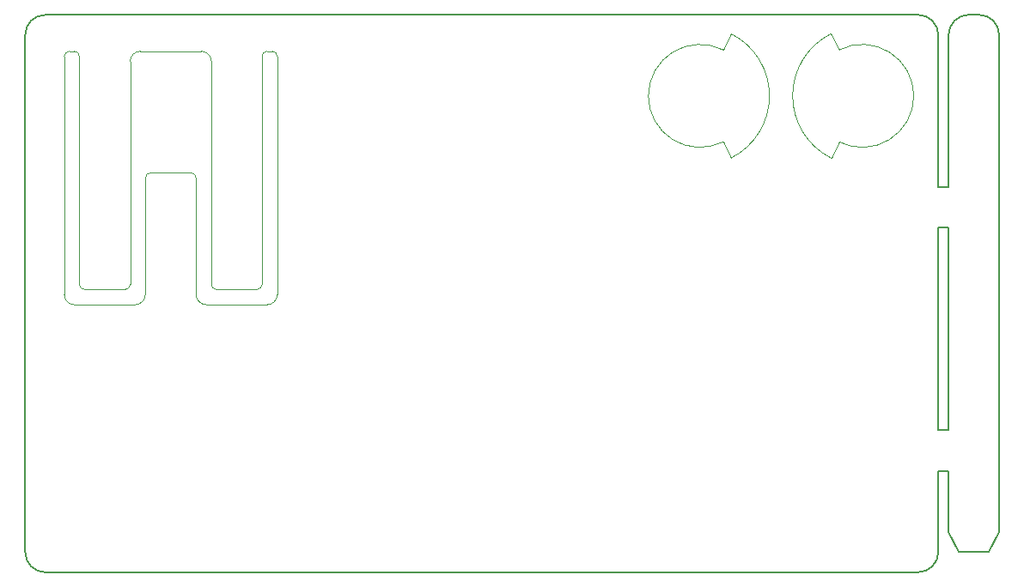
<source format=gbr>
G04 #@! TF.GenerationSoftware,KiCad,Pcbnew,(5.1.2)-2*
G04 #@! TF.CreationDate,2019-09-23T11:47:28+02:00*
G04 #@! TF.ProjectId,BusinessSynth,42757369-6e65-4737-9353-796e74682e6b,rev?*
G04 #@! TF.SameCoordinates,Original*
G04 #@! TF.FileFunction,Profile,NP*
%FSLAX46Y46*%
G04 Gerber Fmt 4.6, Leading zero omitted, Abs format (unit mm)*
G04 Created by KiCad (PCBNEW (5.1.2)-2) date 2019-09-23 11:47:28*
%MOMM*%
%LPD*%
G04 APERTURE LIST*
%ADD10C,0.150000*%
%ADD11C,0.120000*%
G04 APERTURE END LIST*
D10*
X191000000Y-91000000D02*
X190000000Y-91000000D01*
X191000000Y-87000000D02*
X190000000Y-87000000D01*
X191000000Y-115000000D02*
X190000000Y-115000000D01*
X191000000Y-111000000D02*
X190000000Y-111000000D01*
X191000000Y-111000000D02*
X191000000Y-91000000D01*
X190000000Y-111000000D02*
X190000000Y-91000000D01*
X191000000Y-87000000D02*
X191000000Y-72000000D01*
X191000000Y-121000000D02*
X191000000Y-115000000D01*
X190000000Y-87000000D02*
X190000000Y-72000000D01*
X192000000Y-123000000D02*
X191000000Y-121000000D01*
X195000000Y-123000000D02*
X192000000Y-123000000D01*
X196000000Y-121000000D02*
X195000000Y-123000000D01*
X193000000Y-70000000D02*
X194000000Y-70000000D01*
X191000000Y-72000000D02*
G75*
G02X193000000Y-70000000I2000000J0D01*
G01*
X194000000Y-70000000D02*
G75*
G02X196000000Y-72000000I0J-2000000D01*
G01*
X196000000Y-121000000D02*
X196000000Y-72000000D01*
X102000000Y-125000000D02*
G75*
G02X100000000Y-123000000I0J2000000D01*
G01*
X190000000Y-123000000D02*
G75*
G02X188000000Y-125000000I-2000000J0D01*
G01*
X188000000Y-70000000D02*
G75*
G02X190000000Y-72000000I0J-2000000D01*
G01*
X100000000Y-72000000D02*
G75*
G02X102000000Y-70000000I2000000J0D01*
G01*
X188000000Y-70000000D02*
X102000000Y-70000000D01*
X190000000Y-123000000D02*
X190000000Y-115000000D01*
X102000000Y-125000000D02*
X188000000Y-125000000D01*
X100000000Y-72000000D02*
X100000000Y-123000000D01*
D11*
X180230927Y-82545075D02*
X179436751Y-84135851D01*
X180225384Y-73457696D02*
X179429268Y-71867890D01*
X180225384Y-73457697D02*
G75*
G02X180230927Y-82545075I2274616J-4542303D01*
G01*
X179436751Y-84135851D02*
G75*
G02X179429268Y-71867890I3063249J6135851D01*
G01*
X168769073Y-73454925D02*
X169563249Y-71864149D01*
X168774616Y-82542304D02*
X169570732Y-84132110D01*
X168774616Y-82542303D02*
G75*
G02X168769073Y-73454925I-2274616J4542303D01*
G01*
X169563249Y-71864149D02*
G75*
G02X169570732Y-84132110I-3063249J-6135851D01*
G01*
X123350000Y-74100000D02*
G75*
G02X123850000Y-73600000I500000J0D01*
G01*
X124350000Y-73600000D02*
G75*
G02X124850000Y-74100000I0J-500000D01*
G01*
X117350000Y-73600000D02*
G75*
G02X118350000Y-74600000I0J-1000000D01*
G01*
X104850000Y-73600000D02*
G75*
G02X105350000Y-74100000I0J-500000D01*
G01*
X103850000Y-74100000D02*
G75*
G02X104350000Y-73600000I500000J0D01*
G01*
X110350000Y-74600000D02*
G75*
G02X111350000Y-73600000I1000000J0D01*
G01*
X111850000Y-97600000D02*
G75*
G02X110850000Y-98600000I-1000000J0D01*
G01*
X104850000Y-98600000D02*
G75*
G02X103850000Y-97600000I0J1000000D01*
G01*
X124850000Y-97600000D02*
G75*
G02X123850000Y-98600000I-1000000J0D01*
G01*
X117850000Y-98600000D02*
G75*
G02X116850000Y-97600000I0J1000000D01*
G01*
X123350000Y-96600000D02*
G75*
G02X122850000Y-97100000I-500000J0D01*
G01*
X118850000Y-97100000D02*
G75*
G02X118350000Y-96600000I0J500000D01*
G01*
X105850000Y-97100000D02*
G75*
G02X105350000Y-96600000I0J500000D01*
G01*
X110350000Y-96600000D02*
G75*
G02X109850000Y-97100000I-500000J0D01*
G01*
X116350000Y-85600000D02*
G75*
G02X116850000Y-86100000I0J-500000D01*
G01*
X111850000Y-86100000D02*
G75*
G02X112350000Y-85600000I500000J0D01*
G01*
X110850000Y-98600000D02*
X104850000Y-98600000D01*
X111850000Y-86100000D02*
X111850000Y-97600000D01*
X116350000Y-85600000D02*
X112350000Y-85600000D01*
X116850000Y-97600000D02*
X116850000Y-86100000D01*
X123850000Y-98600000D02*
X117850000Y-98600000D01*
X118850000Y-97100000D02*
X122850000Y-97100000D01*
X118350000Y-74600000D02*
X118350000Y-96600000D01*
X111350000Y-73600000D02*
X117350000Y-73600000D01*
X110350000Y-96600000D02*
X110350000Y-74600000D01*
X105850000Y-97100000D02*
X109850000Y-97100000D01*
X105350000Y-74100000D02*
X105350000Y-96600000D01*
X104350000Y-73600000D02*
X104850000Y-73600000D01*
X123350000Y-74100000D02*
X123350000Y-96600000D01*
X124350000Y-73600000D02*
X123850000Y-73600000D01*
X103850000Y-74100000D02*
X103850000Y-97600000D01*
X124850000Y-74100000D02*
X124850000Y-97600000D01*
M02*

</source>
